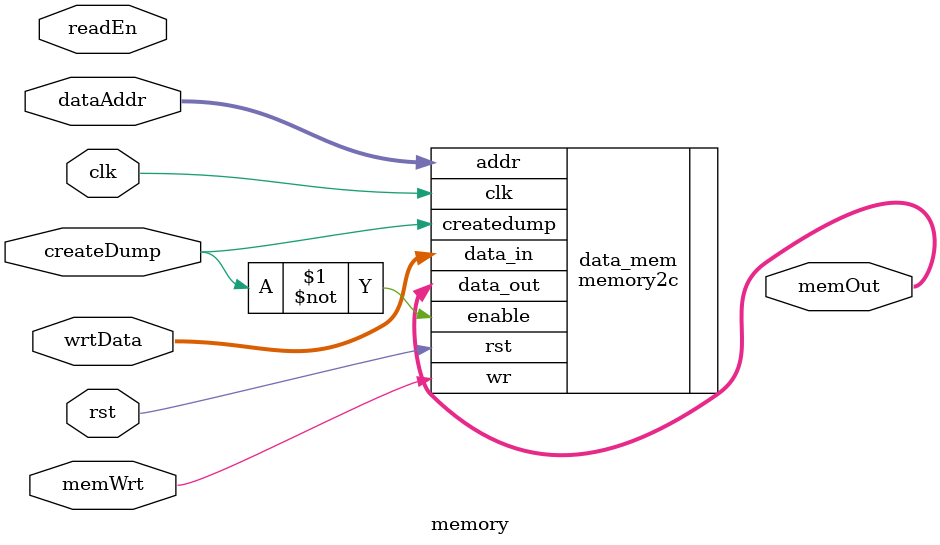
<source format=v>
/*
   CS/ECE 552 Spring '22
  
   Filename        : memory.v
   Description     : This module contains all components in the Memory stage of the 
                     processor.
*/
`default_nettype none
module memory (dataAddr, wrtData, memWrt, createDump, clk, rst, memOut, readEn);

   // TODO: Your code here

   input wire [15:0]dataAddr;
   input wire [15:0]wrtData;
   input wire memWrt;
   input wire createDump;
   input wire clk;
   input wire rst;
   input wire readEn;

   output wire [15:0]memOut;


   memory2c data_mem(.data_out(memOut), .data_in(wrtData), .addr(dataAddr), .enable(~createDump), .wr(memWrt), .createdump(createDump), .clk(clk), .rst(rst));
   
endmodule
`default_nettype wire

</source>
